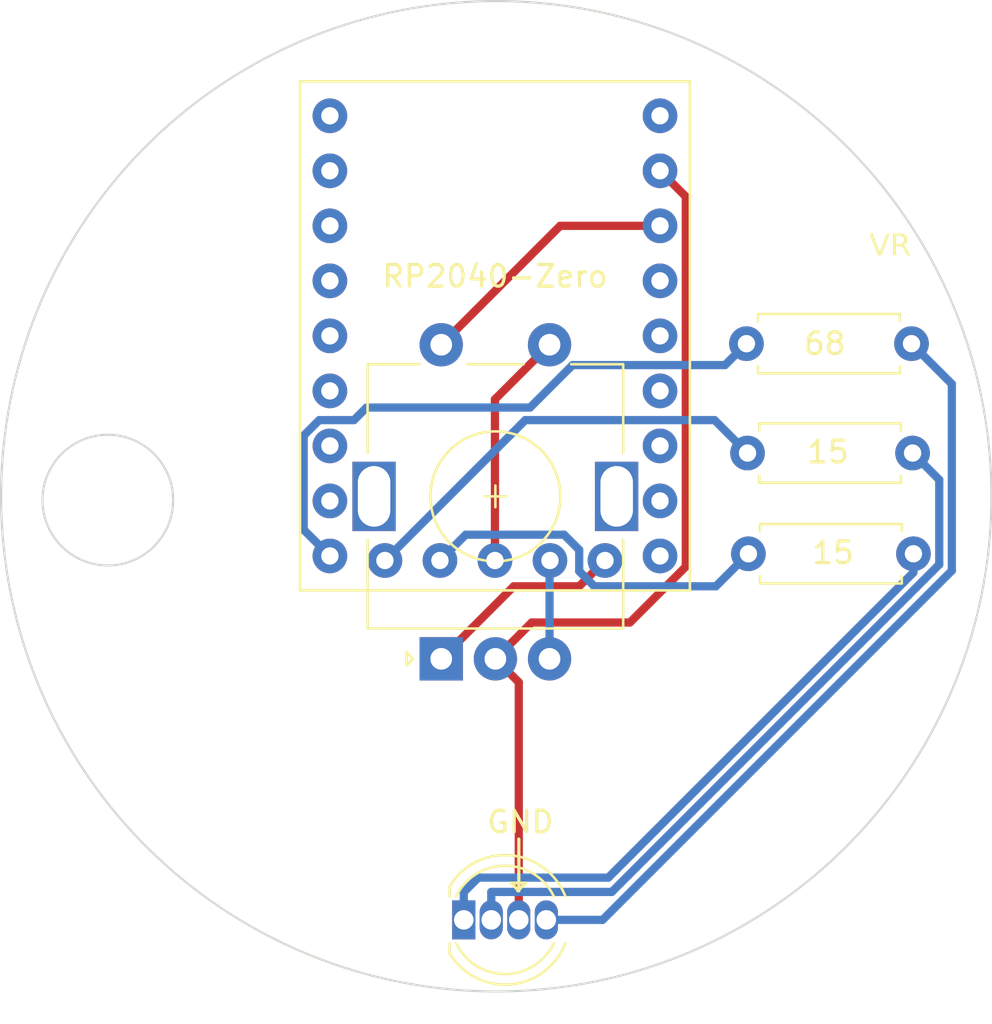
<source format=kicad_pcb>
(kicad_pcb (version 20221018) (generator pcbnew)
  (layers (0 "F.Cu" signal) (31 "B.Cu" signal) (34 "B.Paste" user) (35 "F.Paste" user) (36 "B.SilkS" user "B.Silkscreen") (37 "F.SilkS" user "F.Silkscreen") (38 "B.Mask" user) (39 "F.Mask" user) (44 "Edge.Cuts" user))
  (net 0 "")
  (net 1 "Net-(U1-GP0)")
  (net 2 "Net-(U1-GP1)")
  (net 3 "GND")
  (net 4 "Net-(U1-GP2)")
  (net 5 "3.3V")
  (net 13 "Net-(D1-BA)")
  (net 14 "Net-(D1-GA)")
  (net 15 "Net-(D1-RA)")
  (net 24 "Net-(U1-GP3)")
  (net 25 "Net-(U1-GP4)")
  (net 26 "Net-(U1-GP5)")
  (footprint "Resistor_THT:R_Axial_DIN0207_L6.3mm_D2.5mm_P7.62mm_Horizontal" (layer "F.Cu") (at 148.8 96 180)
    (fp_text reference "15" (at 3.71 0.05) (layer "F.SilkS"))
    (fp_text value "R")
    (fp_line (start 0.54 -1.37) (end 7.08 -1.37) (stroke (width 0.12)) (layer "F.SilkS"))
    (fp_line (start 0.54 -1.04) (end 0.54 -1.37) (stroke (width 0.12)) (layer "F.SilkS"))
    (fp_line (start 0.54 1.04) (end 0.54 1.37) (stroke (width 0.12)) (layer "F.SilkS"))
    (fp_line (start 0.54 1.37) (end 7.08 1.37) (stroke (width 0.12)) (layer "F.SilkS"))
    (fp_line (start 7.08 -1.37) (end 7.08 -1.04) (stroke (width 0.12)) (layer "F.SilkS"))
    (fp_line (start 7.08 1.37) (end 7.08 1.04) (stroke (width 0.12)) (layer "F.SilkS"))
    (pad "1" thru_hole circle (at 0 0 180) (size 1.6 1.6) (drill 0.8) (layers "*.Cu" "*.Mask") (net 13 "Net-(D1-BA)"))
    (pad "2" thru_hole oval (at 7.62 0 180) (size 1.6 1.6) (drill 0.8) (layers "*.Cu" "*.Mask") (net 24 "Net-(U1-GP3)"))
  )
  (footprint "Resistor_THT:R_Axial_DIN0207_L6.3mm_D2.5mm_P7.62mm_Horizontal" (layer "F.Cu") (at 141.09 86.3)
    (fp_text reference "68" (at 3.61 0) (layer "F.SilkS"))
    (fp_text value "R")
    (fp_line (start 0.54 -1.37) (end 7.08 -1.37) (stroke (width 0.12)) (layer "F.SilkS"))
    (fp_line (start 0.54 -1.04) (end 0.54 -1.37) (stroke (width 0.12)) (layer "F.SilkS"))
    (fp_line (start 0.54 1.04) (end 0.54 1.37) (stroke (width 0.12)) (layer "F.SilkS"))
    (fp_line (start 0.54 1.37) (end 7.08 1.37) (stroke (width 0.12)) (layer "F.SilkS"))
    (fp_line (start 7.08 -1.37) (end 7.08 -1.04) (stroke (width 0.12)) (layer "F.SilkS"))
    (fp_line (start 7.08 1.37) (end 7.08 1.04) (stroke (width 0.12)) (layer "F.SilkS"))
    (pad "1" thru_hole circle (at 0 0) (size 1.6 1.6) (drill 0.8) (layers "*.Cu" "*.Mask") (net 26 "Net-(U1-GP5)"))
    (pad "2" thru_hole oval (at 7.62 0) (size 1.6 1.6) (drill 0.8) (layers "*.Cu" "*.Mask") (net 15 "Net-(D1-RA)"))
  )
  (footprint "Resistor_THT:R_Axial_DIN0207_L6.3mm_D2.5mm_P7.62mm_Horizontal" (layer "F.Cu") (at 141.14 91.35)
    (fp_text reference "15" (at 3.71 -0.05) (layer "F.SilkS"))
    (fp_text value "R")
    (fp_line (start 0.54 -1.37) (end 7.08 -1.37) (stroke (width 0.12)) (layer "F.SilkS"))
    (fp_line (start 0.54 -1.04) (end 0.54 -1.37) (stroke (width 0.12)) (layer "F.SilkS"))
    (fp_line (start 0.54 1.04) (end 0.54 1.37) (stroke (width 0.12)) (layer "F.SilkS"))
    (fp_line (start 0.54 1.37) (end 7.08 1.37) (stroke (width 0.12)) (layer "F.SilkS"))
    (fp_line (start 7.08 -1.37) (end 7.08 -1.04) (stroke (width 0.12)) (layer "F.SilkS"))
    (fp_line (start 7.08 1.37) (end 7.08 1.04) (stroke (width 0.12)) (layer "F.SilkS"))
    (pad "1" thru_hole circle (at 0 0) (size 1.6 1.6) (drill 0.8) (layers "*.Cu" "*.Mask") (net 25 "Net-(U1-GP4)"))
    (pad "2" thru_hole oval (at 7.62 0) (size 1.6 1.6) (drill 0.8) (layers "*.Cu" "*.Mask") (net 14 "Net-(D1-GA)"))
  )
  (footprint "Rotary_Encoder:RotaryEncoder_Alps_EC11E-Switch_Vertical_H20mm" (layer "F.Cu") (at 127 100.85 90)
    (fp_text reference "SW1" hide)
    (fp_text value "RotaryEncoder_Switch")
    (fp_line (start -0.3 -1.6) (end 0.3 -1.6) (stroke (width 0.12)) (layer "F.SilkS"))
    (fp_line (start 0 -1.3) (end -0.3 -1.6) (stroke (width 0.12)) (layer "F.SilkS"))
    (fp_line (start 0.3 -1.6) (end 0 -1.3) (stroke (width 0.12)) (layer "F.SilkS"))
    (fp_line (start 1.4 -3.4) (end 1.4 8.4) (stroke (width 0.12)) (layer "F.SilkS"))
    (fp_line (start 5.5 -3.4) (end 1.4 -3.4) (stroke (width 0.12)) (layer "F.SilkS"))
    (fp_line (start 5.5 8.4) (end 1.4 8.4) (stroke (width 0.12)) (layer "F.SilkS"))
    (fp_line (start 7 2.5) (end 8 2.5) (stroke (width 0.12)) (layer "F.SilkS"))
    (fp_line (start 7.5 2) (end 7.5 3) (stroke (width 0.12)) (layer "F.SilkS"))
    (fp_line (start 9.5 -3.4) (end 13.6 -3.4) (stroke (width 0.12)) (layer "F.SilkS"))
    (fp_line (start 13.6 -3.4) (end 13.6 -1) (stroke (width 0.12)) (layer "F.SilkS"))
    (fp_line (start 13.6 1.2) (end 13.6 3.8) (stroke (width 0.12)) (layer "F.SilkS"))
    (fp_line (start 13.6 6) (end 13.6 8.4) (stroke (width 0.12)) (layer "F.SilkS"))
    (fp_line (start 13.6 8.4) (end 9.5 8.4) (stroke (width 0.12)) (layer "F.SilkS"))
    (fp_circle (center 7.5 2.5) (end 10.5 2.5) (stroke (width 0.12)) (fill none) (layer "F.SilkS"))
    (pad "A" thru_hole rect (at 0 0 90) (size 2 2) (drill 1) (layers "*.Cu" "*.Mask") (net 1 "Net-(U1-GP0)"))
    (pad "B" thru_hole circle (at 0 5 90) (size 2 2) (drill 1) (layers "*.Cu" "*.Mask") (net 2 "Net-(U1-GP1)"))
    (pad "C" thru_hole circle (at 0 2.5 90) (size 2 2) (drill 1) (layers "*.Cu" "*.Mask") (net 3 "GND"))
    (pad "MP" thru_hole rect (at 7.5 -3.1 90) (size 3.2 2) (drill oval 2.8 1.5) (layers "*.Cu" "*.Mask"))
    (pad "MP" thru_hole rect (at 7.5 8.1 90) (size 3.2 2) (drill oval 2.8 1.5) (layers "*.Cu" "*.Mask"))
    (pad "S1" thru_hole circle (at 14.5 5 90) (size 2 2) (drill 1) (layers "*.Cu" "*.Mask") (net 4 "Net-(U1-GP2)"))
    (pad "S2" thru_hole circle (at 14.5 0 90) (size 2 2) (drill 1) (layers "*.Cu" "*.Mask") (net 5 "3.3V"))
  )
  (footprint "Rose_lib_foodprint:RP2040-Zero" (layer "F.Cu") (at 120.48 97.69)
    (fp_text reference "RP2040-Zero" (at 9 -14.5 unlocked) (layer "F.SilkS"))
    (fp_text value "RP2040-Zero")
    (fp_line (start 0 -23.5) (end 0 0) (stroke (width 0.12)) (layer "F.SilkS"))
    (fp_line (start 0 0) (end 18 0) (stroke (width 0.12)) (layer "F.SilkS"))
    (fp_line (start 18 -23.5) (end 0 -23.5) (stroke (width 0.12)) (layer "F.SilkS"))
    (fp_line (start 18 0) (end 18 -23.5) (stroke (width 0.12)) (layer "F.SilkS"))
    (pad "1" thru_hole circle (at 16.62 -21.91) (size 1.6 1.6) (drill 0.8) (layers "*.Cu" "*.Mask"))
    (pad "2" thru_hole circle (at 16.62 -19.37) (size 1.6 1.6) (drill 0.8) (layers "*.Cu" "*.Mask") (net 3 "GND"))
    (pad "3" thru_hole circle (at 16.62 -16.83) (size 1.6 1.6) (drill 0.8) (layers "*.Cu" "*.Mask") (net 5 "3.3V"))
    (pad "4" thru_hole circle (at 16.62 -14.29) (size 1.6 1.6) (drill 0.8) (layers "*.Cu" "*.Mask"))
    (pad "5" thru_hole circle (at 16.62 -11.75) (size 1.6 1.6) (drill 0.8) (layers "*.Cu" "*.Mask"))
    (pad "6" thru_hole circle (at 16.62 -9.21) (size 1.6 1.6) (drill 0.8) (layers "*.Cu" "*.Mask"))
    (pad "7" thru_hole circle (at 16.62 -6.67) (size 1.6 1.6) (drill 0.8) (layers "*.Cu" "*.Mask"))
    (pad "8" thru_hole circle (at 16.62 -4.13) (size 1.6 1.6) (drill 0.8) (layers "*.Cu" "*.Mask"))
    (pad "9" thru_hole circle (at 16.62 -1.59) (size 1.6 1.6) (drill 0.8) (layers "*.Cu" "*.Mask"))
    (pad "10" thru_hole circle (at 14.08 -1.38) (size 1.6 1.6) (drill 0.8) (layers "*.Cu" "*.Mask") (net 1 "Net-(U1-GP0)"))
    (pad "11" thru_hole circle (at 11.54 -1.38) (size 1.6 1.6) (drill 0.8) (layers "*.Cu" "*.Mask") (net 2 "Net-(U1-GP1)"))
    (pad "12" thru_hole circle (at 9 -1.38) (size 1.6 1.6) (drill 0.8) (layers "*.Cu" "*.Mask") (net 4 "Net-(U1-GP2)"))
    (pad "13" thru_hole circle (at 6.46 -1.38) (size 1.6 1.6) (drill 0.8) (layers "*.Cu" "*.Mask") (net 24 "Net-(U1-GP3)"))
    (pad "14" thru_hole circle (at 3.92 -1.38) (size 1.6 1.6) (drill 0.8) (layers "*.Cu" "*.Mask") (net 25 "Net-(U1-GP4)"))
    (pad "15" thru_hole circle (at 1.38 -1.59) (size 1.6 1.6) (drill 0.8) (layers "*.Cu" "*.Mask") (net 26 "Net-(U1-GP5)"))
    (pad "16" thru_hole circle (at 1.38 -4.13) (size 1.6 1.6) (drill 0.8) (layers "*.Cu" "*.Mask"))
    (pad "17" thru_hole circle (at 1.38 -6.67) (size 1.6 1.6) (drill 0.8) (layers "*.Cu" "*.Mask"))
    (pad "18" thru_hole circle (at 1.38 -9.21) (size 1.6 1.6) (drill 0.8) (layers "*.Cu" "*.Mask"))
    (pad "19" thru_hole circle (at 1.38 -11.75) (size 1.6 1.6) (drill 0.8) (layers "*.Cu" "*.Mask"))
    (pad "20" thru_hole circle (at 1.38 -14.29) (size 1.6 1.6) (drill 0.8) (layers "*.Cu" "*.Mask"))
    (pad "21" thru_hole circle (at 1.38 -16.83) (size 1.6 1.6) (drill 0.8) (layers "*.Cu" "*.Mask"))
    (pad "22" thru_hole circle (at 1.38 -21.91) (size 1.6 1.6) (drill 0.8) (layers "*.Cu" "*.Mask"))
    (pad "23" thru_hole circle (at 1.38 -19.37) (size 1.6 1.6) (drill 0.8) (layers "*.Cu" "*.Mask"))
  )
  (footprint "LED_THT:LED_D5.0mm-4_RGB" (layer "F.Cu") (at 128.04 112.9)
    (fp_text reference "D1" hide)
    (fp_text value "LED_BGKR")
    (fp_line (start -0.655 -1.545) (end -0.655 -1.08) (stroke (width 0.12)) (layer "F.SilkS"))
    (fp_line (start -0.655 1.08) (end -0.655 1.545) (stroke (width 0.12)) (layer "F.SilkS"))
    (fp_arc (start -0.655 -1.54483) (mid 2.163456 -2.978809) (end 4.692815 -1.080827) (stroke (width 0.12)) (layer "F.SilkS"))
    (fp_arc (start -0.349684 -1.08) (mid 1.904762 -2.5) (end 4.159479 -1.080429) (stroke (width 0.12)) (layer "F.SilkS"))
    (fp_arc (start 4.159479 1.080429) (mid 1.904762 2.5) (end -0.349684 1.08) (stroke (width 0.12)) (layer "F.SilkS"))
    (fp_arc (start 4.692815 1.080827) (mid 2.163456 2.978808) (end -0.655 1.54483) (stroke (width 0.12)) (layer "F.SilkS"))
    (pad "1" thru_hole rect (at 0 0) (size 1.07 1.8) (drill 0.9) (layers "*.Cu" "*.Mask") (net 13 "Net-(D1-BA)"))
    (pad "2" thru_hole oval (at 1.27 0) (size 1.07 1.8) (drill 0.9) (layers "*.Cu" "*.Mask") (net 14 "Net-(D1-GA)"))
    (pad "3" thru_hole oval (at 2.54 0) (size 1.07 1.8) (drill 0.9) (layers "*.Cu" "*.Mask") (net 3 "GND"))
    (pad "4" thru_hole oval (at 3.81 0) (size 1.07 1.8) (drill 0.9) (layers "*.Cu" "*.Mask") (net 15 "Net-(D1-RA)"))
  )
  (gr_line (start 130.5814 111.5568) (end 130.2258 111.2012) (stroke (width 0.15)) (layer "F.SilkS"))
  (gr_line (start 130.8862 111.2012) (end 130.5306 111.5568) (stroke (width 0.15)) (layer "F.SilkS"))
  (gr_line (start 130.5814 109.1692) (end 130.5814 111.5568) (stroke (width 0.15)) (layer "F.SilkS"))
  (gr_line (start 130.2258 111.2012) (end 130.8862 111.2012) (stroke (width 0.15)) (layer "F.SilkS"))
  (gr_circle (center 129.54 93.345) (end 129.54 70.485) (stroke (width 0.1)) (fill none) (layer "Edge.Cuts"))
  (gr_circle (center 111.6076 93.5228) (end 113.7412 91.3892) (stroke (width 0.1)) (fill none) (layer "Edge.Cuts"))
  (gr_text "VR" (at 146.7612 82.3976) (layer "F.SilkS") (effects (font (size 1 1)) (justify left bottom)))
  (gr_text "GND" (at 129.032 108.966) (layer "F.SilkS") (effects (font (size 1 1)) (justify left bottom)))
  (segment (start 127 100.85) (end 130.3495 97.5005) (width 0.381) (layer "F.Cu") (net 1))
  (segment (start 133.3695 97.5005) (end 134.56 96.31) (width 0.381) (layer "F.Cu") (net 1))
  (segment (start 130.3495 97.5005) (end 133.3695 97.5005) (width 0.381) (layer "F.Cu") (net 1))
  (segment (start 132 96.33) (end 132.02 96.31) (width 0.381) (layer "B.Cu") (net 2))
  (segment (start 132 100.85) (end 132 96.33) (width 0.381) (layer "B.Cu") (net 2))
  (segment (start 130.58 101.93) (end 129.5 100.85) (width 0.381) (layer "F.Cu") (net 3))
  (segment (start 135.711964 99.171658) (end 138.2905 96.593122) (width 0.381) (layer "F.Cu") (net 3))
  (segment (start 138.2905 96.593122) (end 138.2905 79.5105) (width 0.381) (layer "F.Cu") (net 3))
  (segment (start 131.178342 99.171658) (end 135.711964 99.171658) (width 0.381) (layer "F.Cu") (net 3))
  (segment (start 129.5 100.85) (end 131.178342 99.171658) (width 0.381) (layer "F.Cu") (net 3))
  (segment (start 130.58 112.9) (end 130.58 101.93) (width 0.381) (layer "F.Cu") (net 3))
  (segment (start 138.2905 79.5105) (end 137.1 78.32) (width 0.381) (layer "F.Cu") (net 3))
  (segment (start 129.48 88.87) (end 129.48 96.31) (width 0.381) (layer "F.Cu") (net 4))
  (segment (start 132 86.35) (end 129.48 88.87) (width 0.381) (layer "F.Cu") (net 4))
  (segment (start 137.1 80.86) (end 132.49 80.86) (width 0.381) (layer "F.Cu") (net 5))
  (segment (start 132.49 80.86) (end 127 86.35) (width 0.381) (layer "F.Cu") (net 5))
  (segment (start 128.709 110.95) (end 134.711964 110.95) (width 0.381) (layer "B.Cu") (net 13))
  (segment (start 128.04 111.619) (end 128.709 110.95) (width 0.381) (layer "B.Cu") (net 13))
  (segment (start 128.04 112.9) (end 128.04 111.619) (width 0.381) (layer "B.Cu") (net 13))
  (segment (start 148.8 96.861964) (end 148.8 96) (width 0.381) (layer "B.Cu") (net 13))
  (segment (start 134.711964 110.95) (end 148.8 96.861964) (width 0.381) (layer "B.Cu") (net 13))
  (segment (start 129.3195 111.6095) (end 134.874122 111.6095) (width 0.381) (layer "B.Cu") (net 14))
  (segment (start 149.9905 96.493122) (end 149.9905 92.5805) (width 0.381) (layer "B.Cu") (net 14))
  (segment (start 129.31 112.9) (end 129.31 111.619) (width 0.381) (layer "B.Cu") (net 14))
  (segment (start 134.874122 111.6095) (end 149.9905 96.493122) (width 0.381) (layer "B.Cu") (net 14))
  (segment (start 129.31 111.619) (end 129.3195 111.6095) (width 0.381) (layer "B.Cu") (net 14))
  (segment (start 149.9905 92.5805) (end 148.76 91.35) (width 0.381) (layer "B.Cu") (net 14))
  (segment (start 134.45 112.9) (end 131.85 112.9) (width 0.381) (layer "B.Cu") (net 15))
  (segment (start 150.5715 96.7785) (end 134.45 112.9) (width 0.381) (layer "B.Cu") (net 15))
  (segment (start 150.5715 88.1615) (end 150.5715 96.7785) (width 0.381) (layer "B.Cu") (net 15))
  (segment (start 148.71 86.3) (end 150.5715 88.1615) (width 0.381) (layer "B.Cu") (net 15))
  (segment (start 128.1305 95.1195) (end 132.672122 95.1195) (width 0.381) (layer "B.Cu") (net 24))
  (segment (start 126.94 96.31) (end 128.1305 95.1195) (width 0.381) (layer "B.Cu") (net 24))
  (segment (start 133.3695 95.816878) (end 133.3695 96.803122) (width 0.381) (layer "B.Cu") (net 24))
  (segment (start 139.6795 97.5005) (end 141.18 96) (width 0.381) (layer "B.Cu") (net 24))
  (segment (start 133.3695 96.803122) (end 134.066878 97.5005) (width 0.381) (layer "B.Cu") (net 24))
  (segment (start 132.672122 95.1195) (end 133.3695 95.816878) (width 0.381) (layer "B.Cu") (net 24))
  (segment (start 134.066878 97.5005) (end 139.6795 97.5005) (width 0.381) (layer "B.Cu") (net 24))
  (segment (start 139.6195 89.8295) (end 130.8805 89.8295) (width 0.381) (layer "B.Cu") (net 25))
  (segment (start 130.8805 89.8295) (end 124.4 96.31) (width 0.381) (layer "B.Cu") (net 25))
  (segment (start 141.14 91.35) (end 139.6195 89.8295) (width 0.381) (layer "B.Cu") (net 25))
  (segment (start 140.1005 87.2895) (end 133.0605 87.2895) (width 0.381) (layer "B.Cu") (net 26))
  (segment (start 133.0605 87.2895) (end 131.1015 89.2485) (width 0.381) (layer "B.Cu") (net 26))
  (segment (start 123.5515 89.2485) (end 122.9705 89.8295) (width 0.381) (layer "B.Cu") (net 26))
  (segment (start 121.366878 89.8295) (end 120.65 90.546378) (width 0.381) (layer "B.Cu") (net 26))
  (segment (start 120.65 90.546378) (end 120.65 94.89) (width 0.381) (layer "B.Cu") (net 26))
  (segment (start 122.9705 89.8295) (end 121.366878 89.8295) (width 0.381) (layer "B.Cu") (net 26))
  (segment (start 131.1015 89.2485) (end 123.5515 89.2485) (width 0.381) (layer "B.Cu") (net 26))
  (segment (start 141.09 86.3) (end 140.1005 87.2895) (width 0.381) (layer "B.Cu") (net 26))
  (segment (start 120.65 94.89) (end 121.86 96.1) (width 0.381) (layer "B.Cu") (net 26))
)
</source>
